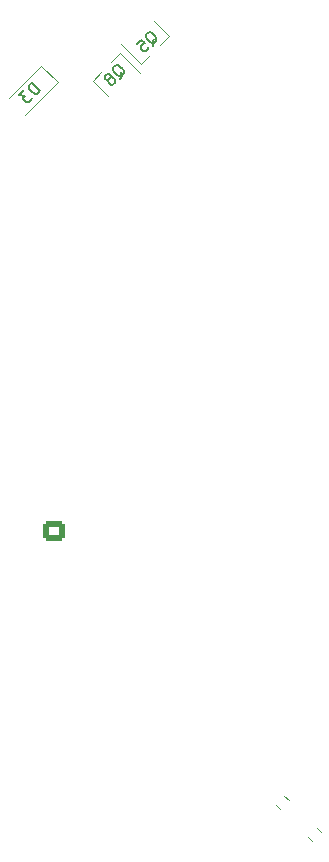
<source format=gbr>
%TF.GenerationSoftware,KiCad,Pcbnew,(6.0.11)*%
%TF.CreationDate,2023-10-13T19:34:53+09:00*%
%TF.ProjectId,ESP32,45535033-322e-46b6-9963-61645f706362,rev?*%
%TF.SameCoordinates,Original*%
%TF.FileFunction,Legend,Bot*%
%TF.FilePolarity,Positive*%
%FSLAX46Y46*%
G04 Gerber Fmt 4.6, Leading zero omitted, Abs format (unit mm)*
G04 Created by KiCad (PCBNEW (6.0.11)) date 2023-10-13 19:34:53*
%MOMM*%
%LPD*%
G01*
G04 APERTURE LIST*
G04 Aperture macros list*
%AMRoundRect*
0 Rectangle with rounded corners*
0 $1 Rounding radius*
0 $2 $3 $4 $5 $6 $7 $8 $9 X,Y pos of 4 corners*
0 Add a 4 corners polygon primitive as box body*
4,1,4,$2,$3,$4,$5,$6,$7,$8,$9,$2,$3,0*
0 Add four circle primitives for the rounded corners*
1,1,$1+$1,$2,$3*
1,1,$1+$1,$4,$5*
1,1,$1+$1,$6,$7*
1,1,$1+$1,$8,$9*
0 Add four rect primitives between the rounded corners*
20,1,$1+$1,$2,$3,$4,$5,0*
20,1,$1+$1,$4,$5,$6,$7,0*
20,1,$1+$1,$6,$7,$8,$9,0*
20,1,$1+$1,$8,$9,$2,$3,0*%
%AMHorizOval*
0 Thick line with rounded ends*
0 $1 width*
0 $2 $3 position (X,Y) of the first rounded end (center of the circle)*
0 $4 $5 position (X,Y) of the second rounded end (center of the circle)*
0 Add line between two ends*
20,1,$1,$2,$3,$4,$5,0*
0 Add two circle primitives to create the rounded ends*
1,1,$1,$2,$3*
1,1,$1,$4,$5*%
%AMRotRect*
0 Rectangle, with rotation*
0 The origin of the aperture is its center*
0 $1 length*
0 $2 width*
0 $3 Rotation angle, in degrees counterclockwise*
0 Add horizontal line*
21,1,$1,$2,0,0,$3*%
G04 Aperture macros list end*
%ADD10C,0.150000*%
%ADD11C,0.120000*%
%ADD12RoundRect,0.250000X0.675000X-0.600000X0.675000X0.600000X-0.675000X0.600000X-0.675000X-0.600000X0*%
%ADD13O,1.850000X1.700000*%
%ADD14RoundRect,0.250000X0.600000X0.675000X-0.600000X0.675000X-0.600000X-0.675000X0.600000X-0.675000X0*%
%ADD15O,1.700000X1.850000*%
%ADD16R,1.700000X1.700000*%
%ADD17O,1.700000X1.700000*%
%ADD18C,1.524000*%
%ADD19C,1.600000*%
%ADD20C,1.400000*%
%ADD21R,3.500000X3.500000*%
%ADD22C,3.500000*%
%ADD23RotRect,1.600000X1.600000X225.000000*%
%ADD24HorizOval,1.600000X0.000000X0.000000X0.000000X0.000000X0*%
%ADD25RotRect,1.600000X1.600000X45.000000*%
%ADD26HorizOval,1.600000X0.000000X0.000000X0.000000X0.000000X0*%
%ADD27C,2.000000*%
%ADD28R,1.600000X1.600000*%
%ADD29O,1.600000X1.600000*%
%ADD30RoundRect,0.381000X-0.538815X0.000000X0.000000X-0.538815X0.538815X0.000000X0.000000X0.538815X0*%
%ADD31C,1.440000*%
%ADD32C,0.650000*%
%ADD33O,2.100000X1.000000*%
%ADD34O,1.800000X1.000000*%
%ADD35RoundRect,0.425000X-0.601041X0.000000X0.000000X-0.601041X0.601041X0.000000X0.000000X0.601041X0*%
%ADD36C,1.700000*%
%ADD37RoundRect,0.425000X0.000000X-0.601041X0.601041X0.000000X0.000000X0.601041X-0.601041X0.000000X0*%
%ADD38RoundRect,1.325000X1.325000X-1.325000X1.325000X1.325000X-1.325000X1.325000X-1.325000X-1.325000X0*%
%ADD39C,3.000000*%
%ADD40R,1.524000X1.524000*%
%ADD41RoundRect,0.250000X-0.600000X-0.675000X0.600000X-0.675000X0.600000X0.675000X-0.600000X0.675000X0*%
%ADD42RotRect,1.400000X1.400000X45.000000*%
%ADD43RoundRect,0.250000X-0.675000X0.600000X-0.675000X-0.600000X0.675000X-0.600000X0.675000X0.600000X0*%
%ADD44RotRect,1.800000X0.800000X135.000000*%
%ADD45RoundRect,0.237500X-0.344715X0.008839X0.008839X-0.344715X0.344715X-0.008839X-0.008839X0.344715X0*%
%ADD46RotRect,1.800000X0.800000X315.000000*%
%ADD47RotRect,0.900000X1.200000X225.000000*%
G04 APERTURE END LIST*
D10*
%TO.C,Q8*%
X126604568Y-66339881D02*
X126638240Y-66238866D01*
X126638240Y-66104179D01*
X126638240Y-65902148D01*
X126671912Y-65801133D01*
X126739255Y-65733790D01*
X126873942Y-65935820D02*
X126907614Y-65834805D01*
X126907614Y-65700118D01*
X126806599Y-65531759D01*
X126570896Y-65296057D01*
X126402538Y-65195042D01*
X126267851Y-65195042D01*
X126166835Y-65228713D01*
X126032148Y-65363400D01*
X125998477Y-65464416D01*
X125998477Y-65599103D01*
X126099492Y-65767461D01*
X126335194Y-66003164D01*
X126503553Y-66104179D01*
X126638240Y-66104179D01*
X126739255Y-66070507D01*
X126873942Y-65935820D01*
X125762774Y-66238866D02*
X125796446Y-66137851D01*
X125796446Y-66070507D01*
X125762774Y-65969492D01*
X125729103Y-65935820D01*
X125628087Y-65902148D01*
X125560744Y-65902148D01*
X125459729Y-65935820D01*
X125325042Y-66070507D01*
X125291370Y-66171522D01*
X125291370Y-66238866D01*
X125325042Y-66339881D01*
X125358713Y-66373553D01*
X125459729Y-66407225D01*
X125527072Y-66407225D01*
X125628087Y-66373553D01*
X125762774Y-66238866D01*
X125863790Y-66205194D01*
X125931133Y-66205194D01*
X126032148Y-66238866D01*
X126166835Y-66373553D01*
X126200507Y-66474568D01*
X126200507Y-66541912D01*
X126166835Y-66642927D01*
X126032148Y-66777614D01*
X125931133Y-66811286D01*
X125863790Y-66811286D01*
X125762774Y-66777614D01*
X125628087Y-66642927D01*
X125594416Y-66541912D01*
X125594416Y-66474568D01*
X125628087Y-66373553D01*
%TO.C,Q5*%
X129374568Y-63529881D02*
X129408240Y-63428866D01*
X129408240Y-63294179D01*
X129408240Y-63092148D01*
X129441912Y-62991133D01*
X129509255Y-62923790D01*
X129643942Y-63125820D02*
X129677614Y-63024805D01*
X129677614Y-62890118D01*
X129576599Y-62721759D01*
X129340896Y-62486057D01*
X129172538Y-62385042D01*
X129037851Y-62385042D01*
X128936835Y-62418713D01*
X128802148Y-62553400D01*
X128768477Y-62654416D01*
X128768477Y-62789103D01*
X128869492Y-62957461D01*
X129105194Y-63193164D01*
X129273553Y-63294179D01*
X129408240Y-63294179D01*
X129509255Y-63260507D01*
X129643942Y-63125820D01*
X127994026Y-63361522D02*
X128330744Y-63024805D01*
X128701133Y-63327851D01*
X128633790Y-63327851D01*
X128532774Y-63361522D01*
X128364416Y-63529881D01*
X128330744Y-63630896D01*
X128330744Y-63698240D01*
X128364416Y-63799255D01*
X128532774Y-63967614D01*
X128633790Y-64001286D01*
X128701133Y-64001286D01*
X128802148Y-63967614D01*
X128970507Y-63799255D01*
X129004179Y-63698240D01*
X129004179Y-63630896D01*
%TO.C,D3*%
X119831793Y-67347969D02*
X119124687Y-66640862D01*
X118956328Y-66809221D01*
X118888984Y-66943908D01*
X118888984Y-67078595D01*
X118922656Y-67179610D01*
X119023671Y-67347969D01*
X119124687Y-67448984D01*
X119293045Y-67550000D01*
X119394061Y-67583671D01*
X119528748Y-67583671D01*
X119663435Y-67516328D01*
X119831793Y-67347969D01*
X118484923Y-67280625D02*
X118047190Y-67718358D01*
X118552267Y-67752030D01*
X118451251Y-67853045D01*
X118417580Y-67954061D01*
X118417580Y-68021404D01*
X118451251Y-68122419D01*
X118619610Y-68290778D01*
X118720625Y-68324450D01*
X118787969Y-68324450D01*
X118888984Y-68290778D01*
X119091015Y-68088748D01*
X119124687Y-67987732D01*
X119124687Y-67920389D01*
D11*
%TO.C,Q8*%
X125545837Y-67762792D02*
X124273044Y-66490000D01*
X128303553Y-65853604D02*
X126606497Y-64156547D01*
X126606497Y-64156547D02*
X125864035Y-64899009D01*
X124273044Y-66490000D02*
X125015506Y-65747538D01*
%TO.C,R34*%
X142490420Y-130479346D02*
X142850654Y-130839580D01*
X143229346Y-129740420D02*
X143589580Y-130100654D01*
%TO.C,Q5*%
X128385025Y-65048478D02*
X129127487Y-64306016D01*
X130718478Y-62715025D02*
X129976016Y-63457487D01*
X129445685Y-61442233D02*
X130718478Y-62715025D01*
X126687969Y-63351421D02*
X128385025Y-65048478D01*
%TO.C,D3*%
X121328097Y-66636117D02*
X118570381Y-69393833D01*
X119913883Y-65221903D02*
X117156167Y-67979619D01*
X119913883Y-65221903D02*
X121328097Y-66636117D01*
%TO.C,R33*%
X140499346Y-127060420D02*
X140859580Y-127420654D01*
X139760420Y-127799346D02*
X140120654Y-128159580D01*
%TD*%
%LPC*%
D12*
%TO.C,J5*%
X121020000Y-104640000D03*
D13*
X121020000Y-102140000D03*
X121020000Y-99640000D03*
%TD*%
D14*
%TO.C,J3*%
X180730000Y-34620000D03*
D15*
X178230000Y-34620000D03*
X175730000Y-34620000D03*
X173230000Y-34620000D03*
X170730000Y-34620000D03*
%TD*%
D16*
%TO.C,JP1*%
X118070000Y-93160000D03*
D17*
X115530000Y-93160000D03*
%TD*%
D18*
%TO.C,U7*%
X181575000Y-163065000D03*
X181575000Y-160525000D03*
X181575000Y-157985000D03*
%TD*%
D19*
%TO.C,C9*%
X109272767Y-62502233D03*
X105737233Y-66037767D03*
%TD*%
D20*
%TO.C,J9*%
X237230000Y-86120000D03*
X237230000Y-97120000D03*
D21*
X227230000Y-94120000D03*
D22*
X227230000Y-89120000D03*
%TD*%
D23*
%TO.C,SW11*%
X144674012Y-73270000D03*
D24*
X142877961Y-71473949D03*
X141081910Y-69677898D03*
X139285858Y-67881846D03*
X133897705Y-73270000D03*
X135693756Y-75066051D03*
X137489807Y-76862102D03*
X139285858Y-78658154D03*
%TD*%
D12*
%TO.C,J4*%
X233730000Y-116620000D03*
D13*
X233730000Y-114120000D03*
X233730000Y-111620000D03*
X233730000Y-109120000D03*
X233730000Y-106620000D03*
%TD*%
D18*
%TO.C,MK1*%
X145230000Y-158120000D03*
X147730000Y-158120000D03*
%TD*%
D25*
%TO.C,SW2*%
X216211433Y-139825445D03*
D26*
X218007484Y-141621496D03*
X223395638Y-136233343D03*
X221599587Y-134437291D03*
%TD*%
D27*
%TO.C,TP5*%
X197270000Y-42890000D03*
%TD*%
D28*
%TO.C,U6*%
X162430000Y-160320000D03*
D29*
X162430000Y-162860000D03*
X162430000Y-165400000D03*
X162430000Y-167940000D03*
X170050000Y-167940000D03*
X170050000Y-165400000D03*
X170050000Y-162860000D03*
X170050000Y-160320000D03*
%TD*%
D27*
%TO.C,TP4*%
X196230000Y-151290000D03*
%TD*%
D30*
%TO.C,SW3*%
X121446051Y-121153949D03*
D18*
X119650000Y-122950000D03*
X117853949Y-124746051D03*
%TD*%
D31*
%TO.C,RV1*%
X209960001Y-130789999D03*
X209960001Y-128250001D03*
X212499999Y-128250001D03*
%TD*%
D32*
%TO.C,J10*%
X98335000Y-114630000D03*
X98335000Y-120410000D03*
D33*
X98835000Y-113200000D03*
X98835000Y-121840000D03*
D34*
X94655000Y-121840000D03*
X94655000Y-113200000D03*
%TD*%
D27*
%TO.C,TP3*%
X129990000Y-44020000D03*
%TD*%
D14*
%TO.C,J8*%
X168690000Y-147500000D03*
D15*
X166190000Y-147500000D03*
X163690000Y-147500000D03*
%TD*%
D27*
%TO.C,TP1*%
X144990000Y-41500000D03*
%TD*%
D35*
%TO.C,U5*%
X140137898Y-122823949D03*
D36*
X141933949Y-124620000D03*
X143730000Y-126416051D03*
X145526051Y-128212102D03*
%TD*%
D27*
%TO.C,TP2*%
X214900000Y-90320000D03*
%TD*%
D37*
%TO.C,SW1*%
X144523949Y-64612426D03*
D36*
X146320000Y-66408477D03*
X148116051Y-68204528D03*
X142727898Y-62816375D03*
X149912102Y-70000579D03*
%TD*%
D38*
%TO.C,U8*%
X100070000Y-86050000D03*
%TD*%
D39*
%TO.C,F1*%
X141910000Y-50270000D03*
X135210000Y-50270000D03*
X158210000Y-50270000D03*
X151510000Y-50270000D03*
%TD*%
D18*
%TO.C,J1*%
X104670000Y-117525000D03*
X104670000Y-109905000D03*
D40*
X104670000Y-125145000D03*
D18*
X104670000Y-114985000D03*
X104670000Y-120065000D03*
X104670000Y-122605000D03*
X104670000Y-112445000D03*
X97050000Y-109905000D03*
X94510000Y-125145000D03*
X97050000Y-125145000D03*
X94510000Y-109905000D03*
%TD*%
D41*
%TO.C,J6*%
X163730000Y-57120000D03*
D15*
X166230000Y-57120000D03*
X168730000Y-57120000D03*
%TD*%
D20*
%TO.C,J2*%
X150230000Y-31120000D03*
X161230000Y-31120000D03*
D21*
X158230000Y-41120000D03*
D22*
X153230000Y-41120000D03*
%TD*%
D42*
%TO.C,SW8*%
X204076000Y-70624000D03*
D20*
X205843767Y-68856233D03*
X207611534Y-67088466D03*
X206409452Y-72957452D03*
X208177219Y-71189685D03*
X209944986Y-69421918D03*
%TD*%
D30*
%TO.C,SW4*%
X110766051Y-131963949D03*
D18*
X108970000Y-133760000D03*
X107173949Y-135556051D03*
%TD*%
D25*
%TO.C,U4*%
X200255989Y-147320000D03*
D26*
X202052040Y-149116051D03*
X203848091Y-150912102D03*
X205644143Y-152708154D03*
X211032296Y-147320000D03*
X209236245Y-145523949D03*
X207440194Y-143727898D03*
X205644143Y-141931846D03*
%TD*%
D43*
%TO.C,J7*%
X211230000Y-99620000D03*
D13*
X211230000Y-102120000D03*
X211230000Y-104620000D03*
%TD*%
D42*
%TO.C,SW12*%
X195372051Y-62127949D03*
D20*
X197139818Y-60360182D03*
X198907585Y-58592415D03*
X197705503Y-64461401D03*
X199473270Y-62693634D03*
X201241037Y-60925867D03*
%TD*%
D44*
%TO.C,Q8*%
X127950000Y-66490000D03*
X126606497Y-67833503D03*
X124944796Y-64828299D03*
%TD*%
D45*
%TO.C,R34*%
X142394765Y-129644765D03*
X143685235Y-130935235D03*
%TD*%
D46*
%TO.C,Q5*%
X127041522Y-62715025D03*
X128385025Y-61371522D03*
X130046726Y-64376726D03*
%TD*%
D47*
%TO.C,D3*%
X120196726Y-66353274D03*
X117863274Y-68686726D03*
%TD*%
D45*
%TO.C,R33*%
X139664765Y-126964765D03*
X140955235Y-128255235D03*
%TD*%
M02*

</source>
